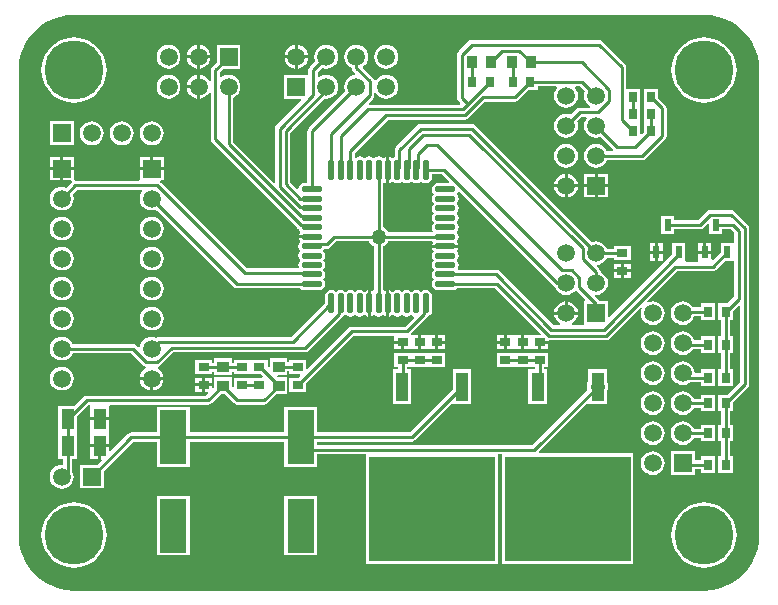
<source format=gtl>
G04 Layer_Physical_Order=1*
G04 Layer_Color=255*
%FSLAX24Y24*%
%MOIN*%
G70*
G01*
G75*
%ADD10R,0.0276X0.0354*%
%ADD11R,0.0433X0.0669*%
%ADD12R,0.0354X0.0276*%
%ADD13R,0.0906X0.1791*%
%ADD14R,0.0236X0.0394*%
%ADD15R,0.0413X0.0945*%
%ADD16R,0.4193X0.3504*%
%ADD17R,0.0394X0.0374*%
%ADD18R,0.0374X0.0394*%
%ADD19O,0.0217X0.0689*%
%ADD20O,0.0689X0.0217*%
%ADD21C,0.0100*%
%ADD22R,0.0591X0.0591*%
%ADD23C,0.0591*%
%ADD24R,0.0591X0.0591*%
%ADD25C,0.1969*%
%ADD26C,0.0500*%
G36*
X21241Y17334D02*
X21479Y17287D01*
X21708Y17209D01*
X21925Y17102D01*
X22126Y16967D01*
X22308Y16808D01*
X22467Y16626D01*
X22602Y16425D01*
X22709Y16208D01*
X22787Y15979D01*
X22834Y15741D01*
X22849Y15510D01*
X22847Y15500D01*
Y0D01*
X22849Y-10D01*
X22834Y-241D01*
X22787Y-479D01*
X22709Y-708D01*
X22602Y-925D01*
X22467Y-1126D01*
X22308Y-1308D01*
X22126Y-1467D01*
X21925Y-1602D01*
X21708Y-1709D01*
X21479Y-1787D01*
X21241Y-1834D01*
X21010Y-1849D01*
X21000Y-1847D01*
X0D01*
X-10Y-1849D01*
X-241Y-1834D01*
X-479Y-1787D01*
X-708Y-1709D01*
X-925Y-1602D01*
X-1126Y-1467D01*
X-1308Y-1308D01*
X-1467Y-1126D01*
X-1602Y-925D01*
X-1709Y-708D01*
X-1787Y-479D01*
X-1834Y-241D01*
X-1849Y-10D01*
X-1847Y0D01*
Y15500D01*
X-1849Y15510D01*
X-1834Y15741D01*
X-1787Y15979D01*
X-1709Y16208D01*
X-1602Y16425D01*
X-1467Y16626D01*
X-1308Y16808D01*
X-1126Y16967D01*
X-925Y17102D01*
X-708Y17209D01*
X-479Y17287D01*
X-241Y17334D01*
X-10Y17349D01*
X0Y17347D01*
X21000D01*
X21010Y17349D01*
X21241Y17334D01*
D02*
G37*
%LPC*%
G36*
X14329Y6670D02*
X14102D01*
Y6482D01*
X14329D01*
Y6670D01*
D02*
G37*
G36*
X15801Y6382D02*
X15574D01*
Y6194D01*
X15801D01*
Y6382D01*
D02*
G37*
G36*
X12145Y6670D02*
Y6482D01*
X12372D01*
Y6670D01*
X12145D01*
D02*
G37*
G36*
X-411Y7618D02*
X-514Y7605D01*
X-610Y7565D01*
X-693Y7501D01*
X-756Y7419D01*
X-796Y7323D01*
X-810Y7219D01*
X-796Y7116D01*
X-756Y7020D01*
X-693Y6938D01*
X-610Y6874D01*
X-514Y6834D01*
X-411Y6821D01*
X-308Y6834D01*
X-212Y6874D01*
X-129Y6938D01*
X-66Y7020D01*
X-26Y7116D01*
X-12Y7219D01*
X-26Y7323D01*
X-66Y7419D01*
X-129Y7501D01*
X-212Y7565D01*
X-308Y7605D01*
X-411Y7618D01*
D02*
G37*
G36*
X11818Y6670D02*
X11768Y6670D01*
X11573D01*
Y6432D01*
Y6194D01*
X11768D01*
X11800Y6194D01*
X11850Y6194D01*
X12045D01*
Y6432D01*
Y6670D01*
X11850D01*
X11818Y6670D01*
D02*
G37*
G36*
X12372Y6382D02*
X12145D01*
Y6194D01*
X12372D01*
Y6382D01*
D02*
G37*
G36*
X20294Y6799D02*
X20191Y6785D01*
X20095Y6745D01*
X20012Y6682D01*
X19949Y6599D01*
X19909Y6503D01*
X19896Y6400D01*
X19909Y6297D01*
X19949Y6201D01*
X20012Y6118D01*
X20095Y6055D01*
X20191Y6015D01*
X20294Y6001D01*
X20397Y6015D01*
X20494Y6055D01*
X20576Y6118D01*
X20637Y6197D01*
X20893D01*
Y6073D01*
X21368D01*
Y6627D01*
X20893D01*
Y6503D01*
X20679D01*
X20679Y6503D01*
X20639Y6599D01*
X20576Y6682D01*
X20494Y6745D01*
X20397Y6785D01*
X20294Y6799D01*
D02*
G37*
G36*
X19294D02*
X19191Y6785D01*
X19095Y6745D01*
X19012Y6682D01*
X18949Y6599D01*
X18909Y6503D01*
X18896Y6400D01*
X18909Y6297D01*
X18949Y6201D01*
X19012Y6118D01*
X19095Y6055D01*
X19191Y6015D01*
X19294Y6001D01*
X19397Y6015D01*
X19494Y6055D01*
X19576Y6118D01*
X19639Y6201D01*
X19679Y6297D01*
X19693Y6400D01*
X19679Y6503D01*
X19639Y6599D01*
X19576Y6682D01*
X19494Y6745D01*
X19397Y6785D01*
X19294Y6799D01*
D02*
G37*
G36*
X14329Y6382D02*
X14102D01*
Y6194D01*
X14329D01*
Y6382D01*
D02*
G37*
G36*
X14675Y6670D02*
X14625Y6670D01*
X14429D01*
Y6432D01*
Y6194D01*
X14625D01*
X14656Y6194D01*
X14706Y6194D01*
X14902D01*
Y6432D01*
Y6670D01*
X14706D01*
X14675Y6670D01*
D02*
G37*
G36*
X10900Y6382D02*
X10673D01*
Y6194D01*
X10900D01*
Y6382D01*
D02*
G37*
G36*
X11725Y8174D02*
X11644Y8158D01*
X11575Y8112D01*
X11560D01*
X11491Y8158D01*
X11410Y8174D01*
X11329Y8158D01*
X11260Y8112D01*
X11245D01*
X11176Y8158D01*
X11095Y8174D01*
X11014Y8158D01*
X10945Y8112D01*
X10930D01*
X10861Y8158D01*
X10780Y8174D01*
X10699Y8158D01*
X10630Y8112D01*
X10615D01*
X10546Y8158D01*
X10515Y8164D01*
Y7726D01*
Y7287D01*
X10546Y7293D01*
X10615Y7339D01*
X10630D01*
X10699Y7293D01*
X10780Y7277D01*
X10861Y7293D01*
X10930Y7339D01*
X10945D01*
X11014Y7293D01*
X11095Y7277D01*
X11176Y7293D01*
X11245Y7339D01*
X11260D01*
X11307Y7308D01*
X11318Y7248D01*
X11022Y6953D01*
X9254D01*
X9195Y6941D01*
X9145Y6908D01*
X7782Y5545D01*
X7736Y5564D01*
Y5833D01*
X7181D01*
Y5768D01*
X7114D01*
Y5902D01*
X6520D01*
Y5601D01*
X6470Y5576D01*
X6453Y5589D01*
Y5833D01*
X5930D01*
X5880Y5833D01*
X5848Y5833D01*
X5326D01*
Y5748D01*
X5258D01*
Y5902D01*
X4665D01*
Y5748D01*
X4597D01*
Y5833D01*
X4043D01*
Y5358D01*
X4597D01*
Y5443D01*
X4665D01*
Y5328D01*
X5258D01*
Y5443D01*
X5326D01*
Y5358D01*
X5848D01*
X5898Y5358D01*
X5930Y5358D01*
X6228D01*
X6297Y5289D01*
X6278Y5243D01*
X5898D01*
Y5243D01*
X5880Y5243D01*
Y5243D01*
X5326D01*
Y4939D01*
X5276Y4914D01*
X5258Y4928D01*
Y5272D01*
X4665D01*
Y4928D01*
X4647Y4914D01*
X4597Y4939D01*
Y4955D01*
X4370D01*
Y4767D01*
X4462D01*
X4481Y4721D01*
X4413Y4653D01*
X419D01*
X361Y4641D01*
X311Y4608D01*
X8Y4305D01*
X-527D01*
Y3436D01*
X-527D01*
Y3418D01*
X-527D01*
Y2549D01*
X-363D01*
Y2380D01*
X-401Y2347D01*
X-411Y2349D01*
X-514Y2335D01*
X-610Y2295D01*
X-693Y2232D01*
X-756Y2149D01*
X-796Y2053D01*
X-810Y1950D01*
X-796Y1847D01*
X-756Y1751D01*
X-693Y1668D01*
X-610Y1605D01*
X-514Y1565D01*
X-411Y1551D01*
X-308Y1565D01*
X-212Y1605D01*
X-129Y1668D01*
X-66Y1751D01*
X-26Y1847D01*
X-12Y1950D01*
X-26Y2053D01*
X-60Y2136D01*
X-57Y2151D01*
Y2549D01*
X106D01*
Y3418D01*
X106D01*
Y3436D01*
X106D01*
Y3971D01*
X471Y4335D01*
X525Y4329D01*
X536Y4305D01*
X536Y4297D01*
Y3921D01*
X853D01*
X1169D01*
Y4297D01*
X1169Y4305D01*
X1189Y4347D01*
X4476D01*
X4535Y4359D01*
X4584Y4392D01*
X4891Y4698D01*
X5032D01*
X5339Y4392D01*
X5388Y4359D01*
X5447Y4347D01*
X6332D01*
X6390Y4359D01*
X6440Y4392D01*
X6746Y4698D01*
X7114D01*
Y5272D01*
X6787D01*
X6783Y5278D01*
X6809Y5328D01*
X7114D01*
Y5462D01*
X7181D01*
Y5358D01*
X7530D01*
X7549Y5311D01*
X7480Y5243D01*
X7181D01*
Y4767D01*
X7736D01*
Y5066D01*
X9317Y6647D01*
X10673D01*
Y6482D01*
X10950D01*
Y6432D01*
X11000D01*
Y6194D01*
X11195D01*
X11227Y6194D01*
X11277Y6194D01*
X11473D01*
Y6432D01*
Y6670D01*
X11277D01*
X11227Y6670D01*
X11222Y6720D01*
X11776Y7274D01*
X11786Y7289D01*
X11806Y7293D01*
X11875Y7339D01*
X11921Y7408D01*
X11937Y7489D01*
Y7962D01*
X11921Y8043D01*
X11875Y8112D01*
X11806Y8158D01*
X11725Y8174D01*
D02*
G37*
G36*
X9520D02*
X9439Y8158D01*
X9370Y8112D01*
X9355D01*
X9286Y8158D01*
X9205Y8174D01*
X9124Y8158D01*
X9055Y8112D01*
X9040D01*
X8971Y8158D01*
X8890Y8174D01*
X8809Y8158D01*
X8740Y8112D01*
X8725D01*
X8656Y8158D01*
X8575Y8174D01*
X8494Y8158D01*
X8425Y8112D01*
X8379Y8043D01*
X8363Y7962D01*
Y7730D01*
X7240Y6607D01*
X2823D01*
X2765Y6595D01*
X2746Y6582D01*
X2692Y6605D01*
X2589Y6618D01*
X2486Y6605D01*
X2390Y6565D01*
X2307Y6501D01*
X2244Y6419D01*
X2204Y6323D01*
X2197Y6269D01*
X2144Y6251D01*
X2067Y6328D01*
X2018Y6361D01*
X1959Y6372D01*
X-47D01*
X-66Y6419D01*
X-129Y6501D01*
X-212Y6565D01*
X-308Y6605D01*
X-411Y6618D01*
X-514Y6605D01*
X-610Y6565D01*
X-693Y6501D01*
X-756Y6419D01*
X-796Y6323D01*
X-810Y6219D01*
X-796Y6116D01*
X-756Y6020D01*
X-693Y5938D01*
X-610Y5874D01*
X-514Y5834D01*
X-411Y5821D01*
X-308Y5834D01*
X-212Y5874D01*
X-129Y5938D01*
X-66Y6020D01*
X-47Y6067D01*
X1896D01*
X2296Y5666D01*
X2346Y5633D01*
X2354Y5631D01*
X2392Y5574D01*
X2390Y5565D01*
X2307Y5501D01*
X2244Y5419D01*
X2204Y5323D01*
X2197Y5269D01*
X2589D01*
X2981D01*
X2974Y5323D01*
X2934Y5419D01*
X2871Y5501D01*
X2788Y5565D01*
X2786Y5574D01*
X2824Y5631D01*
X2832Y5633D01*
X2882Y5666D01*
X3316Y6101D01*
X7705D01*
X7763Y6112D01*
X7813Y6146D01*
X8942Y7274D01*
X8952Y7289D01*
X8971Y7293D01*
X9040Y7339D01*
X9055D01*
X9124Y7293D01*
X9205Y7277D01*
X9286Y7293D01*
X9355Y7339D01*
X9370D01*
X9439Y7293D01*
X9520Y7277D01*
X9601Y7293D01*
X9670Y7339D01*
X9685D01*
X9754Y7293D01*
X9785Y7287D01*
Y7726D01*
Y8164D01*
X9754Y8158D01*
X9685Y8112D01*
X9670D01*
X9601Y8158D01*
X9520Y8174D01*
D02*
G37*
G36*
X18226Y8759D02*
X17999D01*
Y8572D01*
X18226D01*
Y8759D01*
D02*
G37*
G36*
X-411Y9618D02*
X-514Y9605D01*
X-610Y9565D01*
X-693Y9501D01*
X-756Y9419D01*
X-796Y9323D01*
X-810Y9219D01*
X-796Y9116D01*
X-756Y9020D01*
X-693Y8938D01*
X-610Y8874D01*
X-514Y8834D01*
X-411Y8821D01*
X-308Y8834D01*
X-212Y8874D01*
X-129Y8938D01*
X-66Y9020D01*
X-26Y9116D01*
X-12Y9219D01*
X-26Y9323D01*
X-66Y9419D01*
X-129Y9501D01*
X-212Y9565D01*
X-308Y9605D01*
X-411Y9618D01*
D02*
G37*
G36*
X18553Y8759D02*
X18326D01*
Y8572D01*
X18553D01*
Y8759D01*
D02*
G37*
G36*
X2589Y8618D02*
X2486Y8605D01*
X2390Y8565D01*
X2307Y8501D01*
X2244Y8419D01*
X2204Y8323D01*
X2190Y8219D01*
X2204Y8116D01*
X2244Y8020D01*
X2307Y7938D01*
X2390Y7874D01*
X2486Y7834D01*
X2589Y7821D01*
X2692Y7834D01*
X2788Y7874D01*
X2871Y7938D01*
X2934Y8020D01*
X2974Y8116D01*
X2988Y8219D01*
X2974Y8323D01*
X2934Y8419D01*
X2871Y8501D01*
X2788Y8565D01*
X2692Y8605D01*
X2589Y8618D01*
D02*
G37*
G36*
X20294Y7799D02*
X20191Y7785D01*
X20095Y7745D01*
X20012Y7682D01*
X19949Y7599D01*
X19909Y7503D01*
X19896Y7400D01*
X19909Y7297D01*
X19949Y7201D01*
X20012Y7118D01*
X20095Y7055D01*
X20191Y7015D01*
X20294Y7001D01*
X20397Y7015D01*
X20494Y7055D01*
X20576Y7118D01*
X20639Y7201D01*
X20679Y7297D01*
X20679Y7297D01*
X20893D01*
Y7173D01*
X21368D01*
Y7727D01*
X20893D01*
Y7603D01*
X20637D01*
X20576Y7682D01*
X20494Y7745D01*
X20397Y7785D01*
X20294Y7799D01*
D02*
G37*
G36*
X2589Y7618D02*
X2486Y7605D01*
X2390Y7565D01*
X2307Y7501D01*
X2244Y7419D01*
X2204Y7323D01*
X2190Y7219D01*
X2204Y7116D01*
X2244Y7020D01*
X2307Y6938D01*
X2390Y6874D01*
X2486Y6834D01*
X2589Y6821D01*
X2692Y6834D01*
X2788Y6874D01*
X2871Y6938D01*
X2934Y7020D01*
X2974Y7116D01*
X2988Y7219D01*
X2974Y7323D01*
X2934Y7419D01*
X2871Y7501D01*
X2788Y7565D01*
X2692Y7605D01*
X2589Y7618D01*
D02*
G37*
G36*
X16350Y7792D02*
X16297Y7785D01*
X16201Y7745D01*
X16118Y7682D01*
X16055Y7599D01*
X16015Y7503D01*
X16008Y7450D01*
X16350D01*
Y7792D01*
D02*
G37*
G36*
X-411Y8618D02*
X-514Y8605D01*
X-610Y8565D01*
X-693Y8501D01*
X-756Y8419D01*
X-796Y8323D01*
X-810Y8219D01*
X-796Y8116D01*
X-756Y8020D01*
X-693Y7938D01*
X-610Y7874D01*
X-514Y7834D01*
X-411Y7821D01*
X-308Y7834D01*
X-212Y7874D01*
X-129Y7938D01*
X-66Y8020D01*
X-26Y8116D01*
X-12Y8219D01*
X-26Y8323D01*
X-66Y8419D01*
X-129Y8501D01*
X-212Y8565D01*
X-308Y8605D01*
X-411Y8618D01*
D02*
G37*
G36*
X16450Y7792D02*
Y7450D01*
X16792D01*
X16785Y7503D01*
X16745Y7599D01*
X16682Y7682D01*
X16599Y7745D01*
X16503Y7785D01*
X16450Y7792D01*
D02*
G37*
G36*
X11227Y6079D02*
Y6079D01*
X10673D01*
Y5604D01*
X10797D01*
Y5526D01*
X10634D01*
Y4382D01*
X11247D01*
Y5526D01*
X11103D01*
Y5604D01*
X11227D01*
Y5604D01*
X11245D01*
Y5604D01*
X11800D01*
Y5604D01*
X11818D01*
Y5604D01*
X12372D01*
Y6079D01*
X11848D01*
X11818Y6079D01*
Y6079D01*
X11800D01*
X11800Y6079D01*
X11769Y6079D01*
X11245D01*
Y6079D01*
X11227D01*
D02*
G37*
G36*
X19294Y3799D02*
X19191Y3785D01*
X19095Y3745D01*
X19012Y3682D01*
X18949Y3599D01*
X18909Y3503D01*
X18896Y3400D01*
X18909Y3297D01*
X18949Y3201D01*
X19012Y3118D01*
X19095Y3055D01*
X19191Y3015D01*
X19294Y3001D01*
X19397Y3015D01*
X19494Y3055D01*
X19576Y3118D01*
X19639Y3201D01*
X19679Y3297D01*
X19693Y3400D01*
X19679Y3503D01*
X19639Y3599D01*
X19576Y3682D01*
X19494Y3745D01*
X19397Y3785D01*
X19294Y3799D01*
D02*
G37*
G36*
X803Y2933D02*
X536D01*
Y2549D01*
X803D01*
Y2933D01*
D02*
G37*
G36*
X1169Y3821D02*
X853D01*
X536D01*
Y3468D01*
X536Y3436D01*
X536Y3386D01*
Y3033D01*
X853D01*
X1169D01*
Y3386D01*
X1169Y3418D01*
X1169Y3468D01*
Y3821D01*
D02*
G37*
G36*
X19294Y4799D02*
X19191Y4785D01*
X19095Y4745D01*
X19012Y4682D01*
X18949Y4599D01*
X18909Y4503D01*
X18896Y4400D01*
X18909Y4297D01*
X18949Y4201D01*
X19012Y4118D01*
X19095Y4055D01*
X19191Y4015D01*
X19294Y4001D01*
X19397Y4015D01*
X19494Y4055D01*
X19576Y4118D01*
X19639Y4201D01*
X19679Y4297D01*
X19693Y4400D01*
X19679Y4503D01*
X19639Y4599D01*
X19576Y4682D01*
X19494Y4745D01*
X19397Y4785D01*
X19294Y4799D01*
D02*
G37*
G36*
X20294Y3799D02*
X20191Y3785D01*
X20095Y3745D01*
X20012Y3682D01*
X19949Y3599D01*
X19909Y3503D01*
X19896Y3400D01*
X19909Y3297D01*
X19949Y3201D01*
X20012Y3118D01*
X20095Y3055D01*
X20191Y3015D01*
X20294Y3001D01*
X20397Y3015D01*
X20494Y3055D01*
X20576Y3118D01*
X20639Y3201D01*
X20659Y3247D01*
X20893D01*
Y3123D01*
X21368D01*
Y3677D01*
X20893D01*
Y3553D01*
X20659D01*
X20639Y3599D01*
X20576Y3682D01*
X20494Y3745D01*
X20397Y3785D01*
X20294Y3799D01*
D02*
G37*
G36*
X20689Y2795D02*
X19899D01*
Y2005D01*
X20689D01*
Y2197D01*
X20893D01*
Y2073D01*
X21368D01*
Y2627D01*
X20893D01*
Y2503D01*
X20689D01*
Y2795D01*
D02*
G37*
G36*
X21000Y1088D02*
X20830Y1074D01*
X20664Y1034D01*
X20506Y969D01*
X20361Y880D01*
X20231Y769D01*
X20120Y639D01*
X20031Y494D01*
X19966Y336D01*
X19926Y170D01*
X19912Y0D01*
X19926Y-170D01*
X19966Y-336D01*
X20031Y-494D01*
X20120Y-639D01*
X20231Y-769D01*
X20361Y-880D01*
X20506Y-969D01*
X20664Y-1034D01*
X20830Y-1074D01*
X21000Y-1088D01*
X21170Y-1074D01*
X21336Y-1034D01*
X21494Y-969D01*
X21639Y-880D01*
X21769Y-769D01*
X21880Y-639D01*
X21969Y-494D01*
X22034Y-336D01*
X22074Y-170D01*
X22088Y0D01*
X22074Y170D01*
X22034Y336D01*
X21969Y494D01*
X21880Y639D01*
X21769Y769D01*
X21639Y880D01*
X21494Y969D01*
X21336Y1034D01*
X21170Y1074D01*
X21000Y1088D01*
D02*
G37*
G36*
X0D02*
X-170Y1074D01*
X-336Y1034D01*
X-494Y969D01*
X-639Y880D01*
X-769Y769D01*
X-880Y639D01*
X-969Y494D01*
X-1034Y336D01*
X-1074Y170D01*
X-1088Y0D01*
X-1074Y-170D01*
X-1034Y-336D01*
X-969Y-494D01*
X-880Y-639D01*
X-769Y-769D01*
X-639Y-880D01*
X-494Y-969D01*
X-336Y-1034D01*
X-170Y-1074D01*
X0Y-1088D01*
X170Y-1074D01*
X336Y-1034D01*
X494Y-969D01*
X639Y-880D01*
X769Y-769D01*
X880Y-639D01*
X969Y-494D01*
X1034Y-336D01*
X1074Y-170D01*
X1088Y0D01*
X1074Y170D01*
X1034Y336D01*
X969Y494D01*
X880Y639D01*
X769Y769D01*
X639Y880D01*
X494Y969D01*
X336Y1034D01*
X170Y1074D01*
X0Y1088D01*
D02*
G37*
G36*
X3858Y1314D02*
X2752D01*
Y-677D01*
X3858D01*
Y1314D01*
D02*
G37*
G36*
X19294Y2799D02*
X19191Y2785D01*
X19095Y2745D01*
X19012Y2682D01*
X18949Y2599D01*
X18909Y2503D01*
X18896Y2400D01*
X18909Y2297D01*
X18949Y2201D01*
X19012Y2118D01*
X19095Y2055D01*
X19191Y2015D01*
X19294Y2001D01*
X19397Y2015D01*
X19494Y2055D01*
X19576Y2118D01*
X19639Y2201D01*
X19679Y2297D01*
X19693Y2400D01*
X19679Y2503D01*
X19639Y2599D01*
X19576Y2682D01*
X19494Y2745D01*
X19397Y2785D01*
X19294Y2799D01*
D02*
G37*
G36*
X8112Y1314D02*
X7006D01*
Y-677D01*
X8112D01*
Y1314D01*
D02*
G37*
G36*
X20294Y5799D02*
X20191Y5785D01*
X20095Y5745D01*
X20012Y5682D01*
X19949Y5599D01*
X19909Y5503D01*
X19896Y5400D01*
X19909Y5297D01*
X19949Y5201D01*
X20012Y5118D01*
X20095Y5055D01*
X20191Y5015D01*
X20294Y5001D01*
X20397Y5015D01*
X20494Y5055D01*
X20549Y5097D01*
X20893D01*
Y4973D01*
X21368D01*
Y5527D01*
X20893D01*
Y5403D01*
X20692D01*
X20679Y5503D01*
X20639Y5599D01*
X20576Y5682D01*
X20494Y5745D01*
X20397Y5785D01*
X20294Y5799D01*
D02*
G37*
G36*
X2539Y5169D02*
X2197D01*
X2204Y5116D01*
X2244Y5020D01*
X2307Y4938D01*
X2390Y4874D01*
X2486Y4834D01*
X2539Y4827D01*
Y5169D01*
D02*
G37*
G36*
X19294Y5799D02*
X19191Y5785D01*
X19095Y5745D01*
X19012Y5682D01*
X18949Y5599D01*
X18909Y5503D01*
X18896Y5400D01*
X18909Y5297D01*
X18949Y5201D01*
X19012Y5118D01*
X19095Y5055D01*
X19191Y5015D01*
X19294Y5001D01*
X19397Y5015D01*
X19494Y5055D01*
X19576Y5118D01*
X19639Y5201D01*
X19679Y5297D01*
X19693Y5400D01*
X19679Y5503D01*
X19639Y5599D01*
X19576Y5682D01*
X19494Y5745D01*
X19397Y5785D01*
X19294Y5799D01*
D02*
G37*
G36*
X4597Y5243D02*
X4370D01*
Y5055D01*
X4597D01*
Y5243D01*
D02*
G37*
G36*
X4270D02*
X4043D01*
Y5055D01*
X4270D01*
Y5243D01*
D02*
G37*
G36*
X2981Y5169D02*
X2639D01*
Y4827D01*
X2692Y4834D01*
X2788Y4874D01*
X2871Y4938D01*
X2934Y5020D01*
X2974Y5116D01*
X2981Y5169D01*
D02*
G37*
G36*
X17757Y5526D02*
X17143D01*
Y5128D01*
X17109Y5045D01*
X17097Y4954D01*
X17109Y4863D01*
X17119Y4839D01*
X15283Y3003D01*
X8112D01*
Y3118D01*
X11257D01*
X11316Y3130D01*
X11366Y3163D01*
X12599Y4396D01*
X12634Y4382D01*
Y4382D01*
X13247D01*
Y5526D01*
X12634D01*
Y4864D01*
X11194Y3424D01*
X8112D01*
Y4267D01*
X7006D01*
Y3424D01*
X3858D01*
Y4267D01*
X2752D01*
Y3424D01*
X1910D01*
X1851Y3412D01*
X1802Y3379D01*
X1215Y2793D01*
X1169Y2812D01*
Y2933D01*
X903D01*
Y2549D01*
X906D01*
X925Y2502D01*
X768Y2345D01*
X194D01*
Y1555D01*
X984D01*
Y2129D01*
X1973Y3118D01*
X2752D01*
Y2275D01*
X3858D01*
Y3118D01*
X7006D01*
Y2275D01*
X8112D01*
Y2697D01*
X9744D01*
Y-973D01*
X14137D01*
Y2697D01*
X14254D01*
Y-973D01*
X18646D01*
Y2731D01*
X15514D01*
X15493Y2781D01*
X17108Y4396D01*
X17143Y4382D01*
Y4382D01*
X17757D01*
Y4780D01*
X17791Y4863D01*
X17803Y4954D01*
X17791Y5045D01*
X17757Y5128D01*
Y5526D01*
D02*
G37*
G36*
X20294Y4799D02*
X20191Y4785D01*
X20095Y4745D01*
X20012Y4682D01*
X19949Y4599D01*
X19909Y4503D01*
X19896Y4400D01*
X19909Y4297D01*
X19949Y4201D01*
X20012Y4118D01*
X20095Y4055D01*
X20191Y4015D01*
X20294Y4001D01*
X20397Y4015D01*
X20494Y4055D01*
X20576Y4118D01*
X20639Y4201D01*
X20659Y4247D01*
X20893D01*
Y4123D01*
X21368D01*
Y4677D01*
X20893D01*
Y4553D01*
X20659D01*
X20639Y4599D01*
X20576Y4682D01*
X20494Y4745D01*
X20397Y4785D01*
X20294Y4799D01*
D02*
G37*
G36*
X14656Y6079D02*
Y6079D01*
X14102D01*
Y5604D01*
X14656D01*
Y5604D01*
X14675D01*
Y5604D01*
X15229D01*
Y5604D01*
X15247D01*
Y5604D01*
X15371D01*
Y5526D01*
X15143D01*
Y4382D01*
X15757D01*
Y5526D01*
X15677D01*
Y5604D01*
X15801D01*
Y6079D01*
X15277D01*
X15247Y6079D01*
Y6079D01*
X15229D01*
X15229Y6079D01*
X15199Y6079D01*
X14675D01*
Y6079D01*
X14656D01*
D02*
G37*
G36*
X-411Y5618D02*
X-514Y5605D01*
X-610Y5565D01*
X-693Y5501D01*
X-756Y5419D01*
X-796Y5323D01*
X-810Y5219D01*
X-796Y5116D01*
X-756Y5020D01*
X-693Y4938D01*
X-610Y4874D01*
X-514Y4834D01*
X-411Y4821D01*
X-308Y4834D01*
X-212Y4874D01*
X-129Y4938D01*
X-66Y5020D01*
X-26Y5116D01*
X-12Y5219D01*
X-26Y5323D01*
X-66Y5419D01*
X-129Y5501D01*
X-212Y5565D01*
X-308Y5605D01*
X-411Y5618D01*
D02*
G37*
G36*
X4270Y4955D02*
X4043D01*
Y4767D01*
X4270D01*
Y4955D01*
D02*
G37*
G36*
X21000Y16588D02*
X20830Y16574D01*
X20664Y16534D01*
X20506Y16469D01*
X20361Y16380D01*
X20231Y16269D01*
X20120Y16139D01*
X20031Y15994D01*
X19966Y15836D01*
X19926Y15670D01*
X19912Y15500D01*
X19926Y15330D01*
X19966Y15164D01*
X20031Y15006D01*
X20120Y14861D01*
X20231Y14731D01*
X20361Y14620D01*
X20506Y14531D01*
X20664Y14466D01*
X20830Y14426D01*
X21000Y14412D01*
X21170Y14426D01*
X21336Y14466D01*
X21494Y14531D01*
X21639Y14620D01*
X21769Y14731D01*
X21880Y14861D01*
X21969Y15006D01*
X22034Y15164D01*
X22074Y15330D01*
X22088Y15500D01*
X22074Y15670D01*
X22034Y15836D01*
X21969Y15994D01*
X21880Y16139D01*
X21769Y16269D01*
X21639Y16380D01*
X21494Y16469D01*
X21336Y16534D01*
X21170Y16574D01*
X21000Y16588D01*
D02*
G37*
G36*
X0D02*
X-170Y16574D01*
X-336Y16534D01*
X-494Y16469D01*
X-639Y16380D01*
X-769Y16269D01*
X-880Y16139D01*
X-969Y15994D01*
X-1034Y15836D01*
X-1074Y15670D01*
X-1088Y15500D01*
X-1074Y15330D01*
X-1034Y15164D01*
X-969Y15006D01*
X-880Y14861D01*
X-769Y14731D01*
X-639Y14620D01*
X-494Y14531D01*
X-336Y14466D01*
X-170Y14426D01*
X0Y14412D01*
X170Y14426D01*
X336Y14466D01*
X494Y14531D01*
X639Y14620D01*
X769Y14731D01*
X880Y14861D01*
X969Y15006D01*
X1034Y15164D01*
X1074Y15330D01*
X1088Y15500D01*
X1074Y15670D01*
X1034Y15836D01*
X969Y15994D01*
X880Y16139D01*
X769Y16269D01*
X639Y16380D01*
X494Y16469D01*
X336Y16534D01*
X170Y16574D01*
X0Y16588D01*
D02*
G37*
G36*
X3150Y15344D02*
X3047Y15330D01*
X2951Y15290D01*
X2868Y15227D01*
X2805Y15144D01*
X2765Y15048D01*
X2751Y14945D01*
X2765Y14842D01*
X2805Y14746D01*
X2868Y14663D01*
X2951Y14600D01*
X3047Y14560D01*
X3150Y14546D01*
X3253Y14560D01*
X3349Y14600D01*
X3432Y14663D01*
X3495Y14746D01*
X3535Y14842D01*
X3549Y14945D01*
X3535Y15048D01*
X3495Y15144D01*
X3432Y15227D01*
X3349Y15290D01*
X3253Y15330D01*
X3150Y15344D01*
D02*
G37*
G36*
X4100Y14895D02*
X3758D01*
X3765Y14842D01*
X3805Y14746D01*
X3868Y14663D01*
X3951Y14600D01*
X4047Y14560D01*
X4100Y14553D01*
Y14895D01*
D02*
G37*
G36*
X17500Y16503D02*
X13257D01*
X13198Y16491D01*
X13149Y16458D01*
X12817Y16126D01*
X12783Y16077D01*
X12772Y16018D01*
Y14575D01*
X12783Y14517D01*
X12817Y14467D01*
X12881Y14403D01*
X12860Y14353D01*
X9840D01*
X9819Y14403D01*
X9964Y14547D01*
X9997Y14597D01*
X10008Y14655D01*
Y14751D01*
X10058Y14761D01*
X10065Y14746D01*
X10128Y14663D01*
X10211Y14600D01*
X10307Y14560D01*
X10410Y14546D01*
X10513Y14560D01*
X10609Y14600D01*
X10692Y14663D01*
X10755Y14746D01*
X10795Y14842D01*
X10809Y14945D01*
X10795Y15048D01*
X10755Y15144D01*
X10692Y15227D01*
X10609Y15290D01*
X10513Y15330D01*
X10410Y15344D01*
X10307Y15330D01*
X10211Y15290D01*
X10128Y15227D01*
X10065Y15144D01*
X10056Y15142D01*
X9998Y15180D01*
X9997Y15188D01*
X9964Y15237D01*
X9641Y15560D01*
X9645Y15627D01*
X9692Y15663D01*
X9755Y15746D01*
X9795Y15842D01*
X9809Y15945D01*
X9795Y16048D01*
X9755Y16144D01*
X9692Y16227D01*
X9609Y16290D01*
X9513Y16330D01*
X9410Y16344D01*
X9307Y16330D01*
X9211Y16290D01*
X9128Y16227D01*
X9065Y16144D01*
X9025Y16048D01*
X9011Y15945D01*
X9025Y15842D01*
X9065Y15746D01*
X9128Y15663D01*
X9211Y15600D01*
X9257Y15580D01*
Y15575D01*
X9269Y15516D01*
X9302Y15466D01*
X9379Y15390D01*
X9361Y15337D01*
X9307Y15330D01*
X9211Y15290D01*
X9128Y15227D01*
X9065Y15144D01*
X9025Y15048D01*
X9011Y14945D01*
X9025Y14842D01*
X9044Y14795D01*
X7817Y13569D01*
X7784Y13519D01*
X7773Y13460D01*
Y11737D01*
X7689D01*
X7608Y11721D01*
X7539Y11675D01*
X7493Y11606D01*
X7483Y11556D01*
X7429Y11540D01*
X7203Y11766D01*
Y13404D01*
X8353Y14554D01*
X8410Y14546D01*
X8513Y14560D01*
X8609Y14600D01*
X8692Y14663D01*
X8755Y14746D01*
X8795Y14842D01*
X8809Y14945D01*
X8795Y15048D01*
X8755Y15144D01*
X8692Y15227D01*
X8609Y15290D01*
X8513Y15330D01*
X8410Y15344D01*
X8307Y15330D01*
X8211Y15290D01*
X8168Y15257D01*
X8118Y15282D01*
Y15436D01*
X8261Y15579D01*
X8307Y15560D01*
X8410Y15546D01*
X8513Y15560D01*
X8609Y15600D01*
X8692Y15663D01*
X8755Y15746D01*
X8795Y15842D01*
X8809Y15945D01*
X8795Y16048D01*
X8755Y16144D01*
X8692Y16227D01*
X8609Y16290D01*
X8513Y16330D01*
X8410Y16344D01*
X8307Y16330D01*
X8211Y16290D01*
X8128Y16227D01*
X8065Y16144D01*
X8025Y16048D01*
X8011Y15945D01*
X8025Y15842D01*
X8044Y15795D01*
X7857Y15608D01*
X7824Y15558D01*
X7812Y15500D01*
Y15387D01*
X7805Y15340D01*
X7015D01*
Y14550D01*
X7568D01*
X7587Y14503D01*
X6742Y13658D01*
X6709Y13609D01*
X6697Y13550D01*
Y11771D01*
X6651Y11752D01*
X5303Y13100D01*
Y14580D01*
X5349Y14600D01*
X5432Y14663D01*
X5495Y14746D01*
X5535Y14842D01*
X5549Y14945D01*
X5535Y15048D01*
X5495Y15144D01*
X5432Y15227D01*
X5349Y15290D01*
X5253Y15330D01*
X5150Y15344D01*
X5047Y15330D01*
X4951Y15290D01*
X4908Y15257D01*
X4858Y15282D01*
Y15436D01*
X4971Y15550D01*
X5545D01*
Y16340D01*
X4755D01*
Y15766D01*
X4597Y15608D01*
X4563Y15558D01*
X4552Y15500D01*
Y15138D01*
X4502Y15129D01*
X4495Y15144D01*
X4432Y15227D01*
X4349Y15290D01*
X4253Y15330D01*
X4200Y15337D01*
Y14945D01*
Y14553D01*
X4253Y14560D01*
X4349Y14600D01*
X4432Y14663D01*
X4495Y14746D01*
X4502Y14761D01*
X4552Y14751D01*
Y13199D01*
X4563Y13141D01*
X4597Y13091D01*
X7474Y10214D01*
X7489Y10203D01*
X7493Y10184D01*
X7518Y10146D01*
X7536Y10107D01*
X7518Y10069D01*
X7493Y10031D01*
X7487Y10000D01*
X7926D01*
Y9900D01*
X7487D01*
X7493Y9869D01*
X7539Y9800D01*
Y9785D01*
X7493Y9716D01*
X7477Y9635D01*
X7493Y9554D01*
X7539Y9485D01*
Y9470D01*
X7493Y9401D01*
X7477Y9320D01*
X7493Y9239D01*
X7518Y9201D01*
X7536Y9163D01*
X7518Y9124D01*
X7493Y9086D01*
X7477Y9005D01*
X7488Y8950D01*
X7454Y8900D01*
X5755D01*
X2882Y11773D01*
X2880Y11774D01*
X2895Y11824D01*
X2984D01*
Y12169D01*
X2589D01*
X2194D01*
X2194Y11824D01*
X2146Y11818D01*
X34D01*
X31Y11817D01*
X-16Y11859D01*
Y12169D01*
X-361D01*
Y11824D01*
X-87D01*
X-72Y11774D01*
X-74Y11773D01*
X-261Y11585D01*
X-308Y11605D01*
X-411Y11618D01*
X-514Y11605D01*
X-610Y11565D01*
X-693Y11501D01*
X-756Y11419D01*
X-796Y11323D01*
X-810Y11219D01*
X-796Y11116D01*
X-756Y11020D01*
X-693Y10938D01*
X-610Y10874D01*
X-514Y10834D01*
X-411Y10821D01*
X-308Y10834D01*
X-212Y10874D01*
X-129Y10938D01*
X-66Y11020D01*
X-26Y11116D01*
X-12Y11219D01*
X-26Y11323D01*
X-45Y11369D01*
X98Y11512D01*
X2252D01*
X2277Y11462D01*
X2244Y11419D01*
X2204Y11323D01*
X2190Y11219D01*
X2204Y11116D01*
X2244Y11020D01*
X2307Y10938D01*
X2390Y10874D01*
X2486Y10834D01*
X2589Y10821D01*
X2692Y10834D01*
X2739Y10854D01*
X5325Y8267D01*
X5375Y8234D01*
X5433Y8222D01*
X7543D01*
X7608Y8179D01*
X7689Y8163D01*
X8162D01*
X8243Y8179D01*
X8312Y8225D01*
X8358Y8294D01*
X8374Y8375D01*
X8358Y8456D01*
X8312Y8525D01*
Y8540D01*
X8358Y8609D01*
X8374Y8690D01*
X8358Y8771D01*
X8312Y8840D01*
Y8855D01*
X8358Y8924D01*
X8374Y9005D01*
X8358Y9086D01*
X8333Y9124D01*
X8315Y9163D01*
X8333Y9201D01*
X8358Y9239D01*
X8374Y9320D01*
X8358Y9401D01*
X8312Y9470D01*
Y9485D01*
X8348Y9539D01*
X8420D01*
X8479Y9550D01*
X8528Y9584D01*
X8742Y9797D01*
X9835D01*
X9844Y9773D01*
X9900Y9700D01*
X9973Y9644D01*
X9997Y9635D01*
Y8164D01*
X9947Y8137D01*
X9916Y8158D01*
X9885Y8164D01*
Y7726D01*
Y7287D01*
X9916Y7293D01*
X9985Y7339D01*
X10000D01*
X10069Y7293D01*
X10150Y7277D01*
X10231Y7293D01*
X10300Y7339D01*
X10315D01*
X10384Y7293D01*
X10415Y7287D01*
Y7726D01*
Y8164D01*
X10384Y8158D01*
X10353Y8137D01*
X10303Y8164D01*
Y9635D01*
X10327Y9644D01*
X10400Y9700D01*
X10456Y9773D01*
X10465Y9797D01*
X11936D01*
X11963Y9747D01*
X11942Y9716D01*
X11936Y9685D01*
X12374D01*
X12813D01*
X12807Y9716D01*
X12761Y9785D01*
Y9800D01*
X12807Y9869D01*
X12823Y9950D01*
X12807Y10031D01*
X12782Y10069D01*
X12764Y10107D01*
X12782Y10146D01*
X12807Y10184D01*
X12823Y10265D01*
X12807Y10346D01*
X12761Y10415D01*
Y10430D01*
X12807Y10499D01*
X12823Y10580D01*
X12807Y10661D01*
X12782Y10699D01*
X12764Y10737D01*
X12782Y10776D01*
X12807Y10814D01*
X12823Y10895D01*
X12807Y10976D01*
X12761Y11045D01*
Y11060D01*
X12807Y11129D01*
X12823Y11210D01*
X12807Y11291D01*
X12761Y11360D01*
Y11375D01*
X12792Y11422D01*
X12852Y11433D01*
X15993Y8292D01*
X16026Y8269D01*
X16055Y8201D01*
X16118Y8118D01*
X16201Y8055D01*
X16297Y8015D01*
X16400Y8001D01*
X16503Y8015D01*
X16599Y8055D01*
X16682Y8118D01*
X16693Y8132D01*
X16754Y8130D01*
X17042Y7841D01*
X17023Y7795D01*
X17005D01*
Y7005D01*
X16955Y7003D01*
X16605D01*
X16595Y7053D01*
X16599Y7055D01*
X16682Y7118D01*
X16745Y7201D01*
X16785Y7297D01*
X16792Y7350D01*
X16400D01*
X16008D01*
X16015Y7297D01*
X16055Y7201D01*
X16118Y7118D01*
X16201Y7055D01*
X16205Y7053D01*
X16195Y7003D01*
X15980D01*
X14184Y8798D01*
X14135Y8831D01*
X14076Y8843D01*
X12813D01*
X12786Y8893D01*
X12807Y8924D01*
X12823Y9005D01*
X12807Y9086D01*
X12782Y9124D01*
X12764Y9163D01*
X12782Y9201D01*
X12807Y9239D01*
X12823Y9320D01*
X12807Y9401D01*
X12761Y9470D01*
Y9485D01*
X12807Y9554D01*
X12813Y9585D01*
X12374D01*
X11936D01*
X11942Y9554D01*
X11988Y9485D01*
Y9470D01*
X11942Y9401D01*
X11926Y9320D01*
X11942Y9239D01*
X11967Y9201D01*
X11985Y9163D01*
X11967Y9124D01*
X11942Y9086D01*
X11926Y9005D01*
X11942Y8924D01*
X11988Y8855D01*
Y8840D01*
X11942Y8771D01*
X11926Y8690D01*
X11942Y8609D01*
X11988Y8540D01*
Y8525D01*
X11942Y8456D01*
X11926Y8375D01*
X11942Y8294D01*
X11988Y8225D01*
X12057Y8179D01*
X12138Y8163D01*
X12611D01*
X12692Y8179D01*
X12757Y8222D01*
X14045D01*
X15551Y6716D01*
X15532Y6670D01*
X15279D01*
X15247Y6670D01*
X15197Y6670D01*
X15002D01*
Y6432D01*
Y6194D01*
X15197D01*
X15229Y6194D01*
X15279Y6194D01*
X15474D01*
Y6432D01*
X15524D01*
Y6482D01*
X15815D01*
X15833Y6497D01*
X17736D01*
X17794Y6509D01*
X17844Y6542D01*
X18890Y7588D01*
X18933Y7560D01*
X18909Y7503D01*
X18896Y7400D01*
X18909Y7297D01*
X18949Y7201D01*
X19012Y7118D01*
X19095Y7055D01*
X19191Y7015D01*
X19294Y7001D01*
X19397Y7015D01*
X19494Y7055D01*
X19576Y7118D01*
X19639Y7201D01*
X19679Y7297D01*
X19693Y7400D01*
X19679Y7503D01*
X19639Y7599D01*
X19576Y7682D01*
X19494Y7745D01*
X19397Y7785D01*
X19294Y7799D01*
X19191Y7785D01*
X19134Y7761D01*
X19106Y7804D01*
X20099Y8797D01*
X21284D01*
X21343Y8809D01*
X21393Y8842D01*
X21689Y9138D01*
X21988Y9138D01*
X21997Y9092D01*
Y7942D01*
X21782Y7727D01*
X21483D01*
Y7173D01*
X21568D01*
Y6627D01*
X21483D01*
Y6073D01*
X21568D01*
Y5527D01*
X21483D01*
Y4973D01*
X21959D01*
Y5527D01*
X21874D01*
Y6073D01*
X21959D01*
Y6627D01*
X21874D01*
Y7173D01*
X21959D01*
Y7472D01*
X22151Y7664D01*
X22197Y7644D01*
Y5092D01*
X21782Y4677D01*
X21483D01*
Y4123D01*
X21568D01*
Y3677D01*
X21483D01*
Y3123D01*
X21568D01*
Y2627D01*
X21483D01*
Y2073D01*
X21959D01*
Y2627D01*
X21874D01*
Y3123D01*
X21959D01*
Y3677D01*
X21874D01*
Y4123D01*
X21959D01*
Y4422D01*
X22458Y4921D01*
X22491Y4970D01*
X22503Y5029D01*
Y10233D01*
X22491Y10291D01*
X22458Y10341D01*
X22004Y10795D01*
X21954Y10829D01*
X21895Y10840D01*
X21215D01*
X21157Y10829D01*
X21107Y10795D01*
X20805Y10493D01*
X20007D01*
Y10637D01*
X19571D01*
Y10044D01*
X20007D01*
Y10188D01*
X20868D01*
X20927Y10199D01*
X20976Y10232D01*
X21131Y10387D01*
X21177Y10368D01*
Y10044D01*
X21613D01*
Y10188D01*
X21896D01*
X21997Y10087D01*
Y9778D01*
X21988Y9732D01*
X21947Y9732D01*
X21551D01*
Y9433D01*
X21289Y9171D01*
X21239Y9192D01*
Y9385D01*
X21021D01*
X20803D01*
Y9153D01*
X20803Y9138D01*
X20768Y9103D01*
X20417D01*
X20381Y9138D01*
Y9732D01*
X19945D01*
Y9359D01*
X17841Y7255D01*
X17795Y7274D01*
Y7795D01*
X17517D01*
X17508Y7808D01*
X17357Y7959D01*
X17379Y8004D01*
X17400Y8001D01*
X17503Y8015D01*
X17599Y8055D01*
X17682Y8118D01*
X17745Y8201D01*
X17785Y8297D01*
X17799Y8400D01*
X17785Y8503D01*
X17745Y8599D01*
X17682Y8682D01*
X17599Y8745D01*
X17553Y8764D01*
Y8770D01*
X17541Y8829D01*
X17508Y8878D01*
X17432Y8955D01*
X17449Y9008D01*
X17503Y9015D01*
X17599Y9055D01*
X17682Y9118D01*
X17745Y9201D01*
X17764Y9247D01*
X17999D01*
Y9162D01*
X18553D01*
Y9638D01*
X17999D01*
Y9553D01*
X17764D01*
X17745Y9599D01*
X17682Y9682D01*
X17599Y9745D01*
X17503Y9785D01*
X17400Y9799D01*
X17297Y9785D01*
X17250Y9766D01*
X13358Y13658D01*
X13309Y13691D01*
X13250Y13703D01*
X11550D01*
X11491Y13691D01*
X11442Y13658D01*
X10728Y12945D01*
X10695Y12895D01*
X10684Y12837D01*
Y12597D01*
X10630Y12561D01*
X10615D01*
X10546Y12607D01*
X10515Y12613D01*
Y12174D01*
Y11736D01*
X10546Y11742D01*
X10615Y11788D01*
X10630D01*
X10699Y11742D01*
X10780Y11726D01*
X10861Y11742D01*
X10930Y11788D01*
X10945D01*
X11014Y11742D01*
X11095Y11726D01*
X11176Y11742D01*
X11245Y11788D01*
X11260D01*
X11329Y11742D01*
X11410Y11726D01*
X11491Y11742D01*
X11560Y11788D01*
X11575D01*
X11644Y11742D01*
X11725Y11726D01*
X11806Y11742D01*
X11875Y11788D01*
X11921Y11857D01*
X11937Y11938D01*
Y12021D01*
X12263D01*
X12501Y11783D01*
X12482Y11737D01*
X12138D01*
X12057Y11721D01*
X11988Y11675D01*
X11942Y11606D01*
X11926Y11525D01*
X11942Y11444D01*
X11988Y11375D01*
Y11360D01*
X11942Y11291D01*
X11926Y11210D01*
X11942Y11129D01*
X11988Y11060D01*
Y11045D01*
X11942Y10976D01*
X11926Y10895D01*
X11942Y10814D01*
X11967Y10776D01*
X11985Y10737D01*
X11967Y10699D01*
X11942Y10661D01*
X11926Y10580D01*
X11942Y10499D01*
X11988Y10430D01*
Y10415D01*
X11942Y10346D01*
X11926Y10265D01*
X11942Y10184D01*
X11963Y10153D01*
X11936Y10103D01*
X10465D01*
X10456Y10127D01*
X10400Y10200D01*
X10327Y10256D01*
X10303Y10265D01*
Y11736D01*
X10353Y11763D01*
X10384Y11742D01*
X10415Y11736D01*
Y12174D01*
Y12613D01*
X10384Y12607D01*
X10315Y12561D01*
X10300D01*
X10231Y12607D01*
X10150Y12623D01*
X10069Y12607D01*
X10000Y12561D01*
X9985D01*
X9916Y12607D01*
X9835Y12623D01*
X9754Y12607D01*
X9685Y12561D01*
X9670D01*
X9601Y12607D01*
X9520Y12623D01*
X9439Y12607D01*
X9408Y12586D01*
X9358Y12613D01*
Y12742D01*
X10463Y13847D01*
X13037D01*
X13096Y13859D01*
X13145Y13892D01*
X13701Y14447D01*
X14695D01*
X14753Y14459D01*
X14803Y14492D01*
X15151Y14840D01*
X15450D01*
Y14965D01*
X16082D01*
X16105Y14915D01*
X16055Y14849D01*
X16015Y14753D01*
X16001Y14650D01*
X16015Y14547D01*
X16055Y14451D01*
X16118Y14368D01*
X16201Y14305D01*
X16297Y14265D01*
X16400Y14251D01*
X16503Y14265D01*
X16599Y14305D01*
X16682Y14368D01*
X16745Y14451D01*
X16785Y14547D01*
X16799Y14650D01*
X16785Y14753D01*
X16745Y14849D01*
X16695Y14915D01*
X16718Y14965D01*
X16869D01*
X17034Y14800D01*
X17015Y14753D01*
X17001Y14650D01*
X17015Y14547D01*
X17055Y14451D01*
X17118Y14368D01*
X17201Y14305D01*
X17205Y14303D01*
X17195Y14253D01*
X16850D01*
X16791Y14241D01*
X16742Y14208D01*
X16550Y14016D01*
X16503Y14035D01*
X16400Y14049D01*
X16297Y14035D01*
X16201Y13995D01*
X16118Y13932D01*
X16055Y13849D01*
X16015Y13753D01*
X16001Y13650D01*
X16015Y13547D01*
X16055Y13451D01*
X16118Y13368D01*
X16201Y13305D01*
X16297Y13265D01*
X16400Y13251D01*
X16503Y13265D01*
X16599Y13305D01*
X16682Y13368D01*
X16745Y13451D01*
X16785Y13547D01*
X16799Y13650D01*
X16785Y13753D01*
X16766Y13800D01*
X16913Y13947D01*
X17067D01*
X17091Y13897D01*
X17055Y13849D01*
X17015Y13753D01*
X17001Y13650D01*
X17015Y13547D01*
X17055Y13451D01*
X17118Y13368D01*
X17201Y13305D01*
X17297Y13265D01*
X17400Y13251D01*
X17503Y13265D01*
X17550Y13284D01*
X17981Y12853D01*
X17960Y12803D01*
X17764D01*
X17745Y12849D01*
X17682Y12932D01*
X17599Y12995D01*
X17503Y13035D01*
X17400Y13049D01*
X17297Y13035D01*
X17201Y12995D01*
X17118Y12932D01*
X17055Y12849D01*
X17015Y12753D01*
X17001Y12650D01*
X17015Y12547D01*
X17055Y12451D01*
X17118Y12368D01*
X17201Y12305D01*
X17297Y12265D01*
X17400Y12251D01*
X17503Y12265D01*
X17599Y12305D01*
X17682Y12368D01*
X17745Y12451D01*
X17764Y12497D01*
X18949D01*
X19008Y12509D01*
X19057Y12542D01*
X19705Y13190D01*
X19708Y13192D01*
X19741Y13241D01*
X19753Y13300D01*
Y14227D01*
X19741Y14285D01*
X19708Y14335D01*
X19465Y14578D01*
Y14877D01*
X18989D01*
Y14355D01*
X18989Y14305D01*
X18989D01*
Y13750D01*
X18989D01*
X18989Y13732D01*
X18989D01*
Y13433D01*
X18920Y13365D01*
X18874Y13384D01*
Y13700D01*
X18874Y13732D01*
X18874D01*
X18874Y13750D01*
X18874D01*
Y14305D01*
X18874D01*
X18874Y14323D01*
X18874D01*
Y14877D01*
X18403D01*
Y15600D01*
X18391Y15659D01*
X18358Y15708D01*
X17608Y16458D01*
X17559Y16491D01*
X17500Y16503D01*
D02*
G37*
G36*
X-16Y13794D02*
X-806D01*
Y13003D01*
X-16D01*
Y13794D01*
D02*
G37*
G36*
X2984Y12615D02*
X2639D01*
Y12269D01*
X2984D01*
Y12615D01*
D02*
G37*
G36*
X-16D02*
X-361D01*
Y12269D01*
X-16D01*
Y12615D01*
D02*
G37*
G36*
X589Y13797D02*
X486Y13783D01*
X390Y13744D01*
X307Y13680D01*
X244Y13598D01*
X204Y13502D01*
X190Y13398D01*
X204Y13295D01*
X244Y13199D01*
X307Y13116D01*
X390Y13053D01*
X486Y13013D01*
X589Y13000D01*
X692Y13013D01*
X788Y13053D01*
X871Y13116D01*
X934Y13199D01*
X974Y13295D01*
X988Y13398D01*
X974Y13502D01*
X934Y13598D01*
X871Y13680D01*
X788Y13744D01*
X692Y13783D01*
X589Y13797D01*
D02*
G37*
G36*
X2589D02*
X2486Y13783D01*
X2390Y13744D01*
X2307Y13680D01*
X2244Y13598D01*
X2204Y13502D01*
X2190Y13398D01*
X2204Y13295D01*
X2244Y13199D01*
X2307Y13116D01*
X2390Y13053D01*
X2486Y13013D01*
X2589Y13000D01*
X2692Y13013D01*
X2788Y13053D01*
X2871Y13116D01*
X2934Y13199D01*
X2974Y13295D01*
X2988Y13398D01*
X2974Y13502D01*
X2934Y13598D01*
X2871Y13680D01*
X2788Y13744D01*
X2692Y13783D01*
X2589Y13797D01*
D02*
G37*
G36*
X1589D02*
X1486Y13783D01*
X1390Y13744D01*
X1307Y13680D01*
X1244Y13598D01*
X1204Y13502D01*
X1190Y13398D01*
X1204Y13295D01*
X1244Y13199D01*
X1307Y13116D01*
X1390Y13053D01*
X1486Y13013D01*
X1589Y13000D01*
X1692Y13013D01*
X1788Y13053D01*
X1871Y13116D01*
X1934Y13199D01*
X1974Y13295D01*
X1988Y13398D01*
X1974Y13502D01*
X1934Y13598D01*
X1871Y13680D01*
X1788Y13744D01*
X1692Y13783D01*
X1589Y13797D01*
D02*
G37*
G36*
X4100Y16337D02*
X4047Y16330D01*
X3951Y16290D01*
X3868Y16227D01*
X3805Y16144D01*
X3765Y16048D01*
X3758Y15995D01*
X4100D01*
Y16337D01*
D02*
G37*
G36*
X4542Y15895D02*
X4200D01*
Y15553D01*
X4253Y15560D01*
X4349Y15600D01*
X4432Y15663D01*
X4495Y15746D01*
X4535Y15842D01*
X4542Y15895D01*
D02*
G37*
G36*
X4200Y16337D02*
Y15995D01*
X4542D01*
X4535Y16048D01*
X4495Y16144D01*
X4432Y16227D01*
X4349Y16290D01*
X4253Y16330D01*
X4200Y16337D01*
D02*
G37*
G36*
X7460D02*
Y15995D01*
X7802D01*
X7795Y16048D01*
X7755Y16144D01*
X7692Y16227D01*
X7609Y16290D01*
X7513Y16330D01*
X7460Y16337D01*
D02*
G37*
G36*
X7360D02*
X7307Y16330D01*
X7211Y16290D01*
X7128Y16227D01*
X7065Y16144D01*
X7025Y16048D01*
X7018Y15995D01*
X7360D01*
Y16337D01*
D02*
G37*
G36*
X7802Y15895D02*
X7460D01*
Y15553D01*
X7513Y15560D01*
X7609Y15600D01*
X7692Y15663D01*
X7755Y15746D01*
X7795Y15842D01*
X7802Y15895D01*
D02*
G37*
G36*
X3150Y16344D02*
X3047Y16330D01*
X2951Y16290D01*
X2868Y16227D01*
X2805Y16144D01*
X2765Y16048D01*
X2751Y15945D01*
X2765Y15842D01*
X2805Y15746D01*
X2868Y15663D01*
X2951Y15600D01*
X3047Y15560D01*
X3150Y15546D01*
X3253Y15560D01*
X3349Y15600D01*
X3432Y15663D01*
X3495Y15746D01*
X3535Y15842D01*
X3549Y15945D01*
X3535Y16048D01*
X3495Y16144D01*
X3432Y16227D01*
X3349Y16290D01*
X3253Y16330D01*
X3150Y16344D01*
D02*
G37*
G36*
X4100Y15337D02*
X4047Y15330D01*
X3951Y15290D01*
X3868Y15227D01*
X3805Y15144D01*
X3765Y15048D01*
X3758Y14995D01*
X4100D01*
Y15337D01*
D02*
G37*
G36*
X10410Y16344D02*
X10307Y16330D01*
X10211Y16290D01*
X10128Y16227D01*
X10065Y16144D01*
X10025Y16048D01*
X10011Y15945D01*
X10025Y15842D01*
X10065Y15746D01*
X10128Y15663D01*
X10211Y15600D01*
X10307Y15560D01*
X10410Y15546D01*
X10513Y15560D01*
X10609Y15600D01*
X10692Y15663D01*
X10755Y15746D01*
X10795Y15842D01*
X10809Y15945D01*
X10795Y16048D01*
X10755Y16144D01*
X10692Y16227D01*
X10609Y16290D01*
X10513Y16330D01*
X10410Y16344D01*
D02*
G37*
G36*
X7360Y15895D02*
X7018D01*
X7025Y15842D01*
X7065Y15746D01*
X7128Y15663D01*
X7211Y15600D01*
X7307Y15560D01*
X7360Y15553D01*
Y15895D01*
D02*
G37*
G36*
X4100Y15895D02*
X3758D01*
X3765Y15842D01*
X3805Y15746D01*
X3868Y15663D01*
X3951Y15600D01*
X4047Y15560D01*
X4100Y15553D01*
Y15895D01*
D02*
G37*
G36*
X2539Y12615D02*
X2194D01*
Y12269D01*
X2539D01*
Y12615D01*
D02*
G37*
G36*
X19365Y9732D02*
X19197D01*
Y9485D01*
X19365D01*
Y9732D01*
D02*
G37*
G36*
X21239D02*
X21071D01*
Y9485D01*
X21239D01*
Y9732D01*
D02*
G37*
G36*
X19633D02*
X19465D01*
Y9485D01*
X19633D01*
Y9732D01*
D02*
G37*
G36*
X2589Y10618D02*
X2486Y10605D01*
X2390Y10565D01*
X2307Y10501D01*
X2244Y10419D01*
X2204Y10323D01*
X2190Y10219D01*
X2204Y10116D01*
X2244Y10020D01*
X2307Y9938D01*
X2390Y9874D01*
X2486Y9834D01*
X2589Y9821D01*
X2692Y9834D01*
X2788Y9874D01*
X2871Y9938D01*
X2934Y10020D01*
X2974Y10116D01*
X2988Y10219D01*
X2974Y10323D01*
X2934Y10419D01*
X2871Y10501D01*
X2788Y10565D01*
X2692Y10605D01*
X2589Y10618D01*
D02*
G37*
G36*
X-411D02*
X-514Y10605D01*
X-610Y10565D01*
X-693Y10501D01*
X-756Y10419D01*
X-796Y10323D01*
X-810Y10219D01*
X-796Y10116D01*
X-756Y10020D01*
X-693Y9938D01*
X-610Y9874D01*
X-514Y9834D01*
X-411Y9821D01*
X-308Y9834D01*
X-212Y9874D01*
X-129Y9938D01*
X-66Y10020D01*
X-26Y10116D01*
X-12Y10219D01*
X-26Y10323D01*
X-66Y10419D01*
X-129Y10501D01*
X-212Y10565D01*
X-308Y10605D01*
X-411Y10618D01*
D02*
G37*
G36*
X20971Y9732D02*
X20803D01*
Y9485D01*
X20971D01*
Y9732D01*
D02*
G37*
G36*
X18226Y9047D02*
X17999D01*
Y8859D01*
X18226D01*
Y9047D01*
D02*
G37*
G36*
X2589Y9618D02*
X2486Y9605D01*
X2390Y9565D01*
X2307Y9501D01*
X2244Y9419D01*
X2204Y9323D01*
X2190Y9219D01*
X2204Y9116D01*
X2244Y9020D01*
X2307Y8938D01*
X2390Y8874D01*
X2486Y8834D01*
X2589Y8821D01*
X2692Y8834D01*
X2788Y8874D01*
X2871Y8938D01*
X2934Y9020D01*
X2974Y9116D01*
X2988Y9219D01*
X2974Y9323D01*
X2934Y9419D01*
X2871Y9501D01*
X2788Y9565D01*
X2692Y9605D01*
X2589Y9618D01*
D02*
G37*
G36*
X18553Y9047D02*
X18326D01*
Y8859D01*
X18553D01*
Y9047D01*
D02*
G37*
G36*
X19633Y9385D02*
X19465D01*
Y9138D01*
X19633D01*
Y9385D01*
D02*
G37*
G36*
X19365D02*
X19197D01*
Y9138D01*
X19365D01*
Y9385D01*
D02*
G37*
G36*
X17795Y12045D02*
X17450D01*
Y11700D01*
X17795D01*
Y12045D01*
D02*
G37*
G36*
X16450Y12042D02*
Y11700D01*
X16792D01*
X16785Y11753D01*
X16745Y11849D01*
X16682Y11932D01*
X16599Y11995D01*
X16503Y12035D01*
X16450Y12042D01*
D02*
G37*
G36*
X-461Y12169D02*
X-806D01*
Y11824D01*
X-461D01*
Y12169D01*
D02*
G37*
G36*
Y12615D02*
X-806D01*
Y12269D01*
X-461D01*
Y12615D01*
D02*
G37*
G36*
X16400Y13049D02*
X16297Y13035D01*
X16201Y12995D01*
X16118Y12932D01*
X16055Y12849D01*
X16015Y12753D01*
X16001Y12650D01*
X16015Y12547D01*
X16055Y12451D01*
X16118Y12368D01*
X16201Y12305D01*
X16297Y12265D01*
X16400Y12251D01*
X16503Y12265D01*
X16599Y12305D01*
X16682Y12368D01*
X16745Y12451D01*
X16785Y12547D01*
X16799Y12650D01*
X16785Y12753D01*
X16745Y12849D01*
X16682Y12932D01*
X16599Y12995D01*
X16503Y13035D01*
X16400Y13049D01*
D02*
G37*
G36*
X16350Y12042D02*
X16297Y12035D01*
X16201Y11995D01*
X16118Y11932D01*
X16055Y11849D01*
X16015Y11753D01*
X16008Y11700D01*
X16350D01*
Y12042D01*
D02*
G37*
G36*
X17795Y11600D02*
X17450D01*
Y11255D01*
X17795D01*
Y11600D01*
D02*
G37*
G36*
X17350D02*
X17005D01*
Y11255D01*
X17350D01*
Y11600D01*
D02*
G37*
G36*
X16350D02*
X16008D01*
X16015Y11547D01*
X16055Y11451D01*
X16118Y11368D01*
X16201Y11305D01*
X16297Y11265D01*
X16350Y11258D01*
Y11600D01*
D02*
G37*
G36*
X17350Y12045D02*
X17005D01*
Y11700D01*
X17350D01*
Y12045D01*
D02*
G37*
G36*
X16792Y11600D02*
X16450D01*
Y11258D01*
X16503Y11265D01*
X16599Y11305D01*
X16682Y11368D01*
X16745Y11451D01*
X16785Y11547D01*
X16792Y11600D01*
D02*
G37*
%LPD*%
D10*
X21721Y2350D02*
D03*
X21131D02*
D03*
X21721Y3400D02*
D03*
X21131D02*
D03*
X21721Y4400D02*
D03*
X21131D02*
D03*
X21721Y5250D02*
D03*
X21131D02*
D03*
X21721Y6350D02*
D03*
X21131D02*
D03*
X21721Y7450D02*
D03*
X21131D02*
D03*
X19227Y14600D02*
D03*
X18636D02*
D03*
X13872Y15118D02*
D03*
X13281D02*
D03*
X15212D02*
D03*
X14622D02*
D03*
X18636Y14027D02*
D03*
X19227D02*
D03*
X19227Y13455D02*
D03*
X18636D02*
D03*
D11*
X-210Y2983D02*
D03*
X853D02*
D03*
X-210Y3871D02*
D03*
X853D02*
D03*
D12*
X14379Y6432D02*
D03*
Y5842D02*
D03*
X14952Y6432D02*
D03*
Y5842D02*
D03*
X15524Y6432D02*
D03*
Y5842D02*
D03*
X11523Y6432D02*
D03*
Y5842D02*
D03*
X12095Y6432D02*
D03*
Y5842D02*
D03*
X10950Y6432D02*
D03*
Y5842D02*
D03*
X6176Y5595D02*
D03*
Y5005D02*
D03*
X5603Y5005D02*
D03*
Y5595D02*
D03*
X4320Y5595D02*
D03*
Y5005D02*
D03*
X18276Y8809D02*
D03*
Y9400D02*
D03*
X7458Y5005D02*
D03*
Y5595D02*
D03*
D13*
X3305Y318D02*
D03*
Y3271D02*
D03*
X7559Y318D02*
D03*
Y3271D02*
D03*
D14*
X19415Y9435D02*
D03*
X20163D02*
D03*
X19789Y10340D02*
D03*
X21021Y9435D02*
D03*
X21769D02*
D03*
X21395Y10340D02*
D03*
D15*
X17450Y4954D02*
D03*
X15450D02*
D03*
X12940D02*
D03*
X10940D02*
D03*
D16*
X16450Y879D02*
D03*
X11940D02*
D03*
D17*
X4962Y4985D02*
D03*
Y5615D02*
D03*
X6817Y4985D02*
D03*
Y5615D02*
D03*
D18*
X13892Y15759D02*
D03*
X13262D02*
D03*
X15232D02*
D03*
X14602D02*
D03*
D19*
X11725Y12174D02*
D03*
X11410D02*
D03*
X11095D02*
D03*
X10780D02*
D03*
X10465D02*
D03*
X10150D02*
D03*
X9835D02*
D03*
X9520D02*
D03*
X9205D02*
D03*
X8890D02*
D03*
X8575D02*
D03*
Y7726D02*
D03*
X8890D02*
D03*
X9205D02*
D03*
X9520D02*
D03*
X9835D02*
D03*
X10150D02*
D03*
X10465D02*
D03*
X10780D02*
D03*
X11095D02*
D03*
X11410D02*
D03*
X11725D02*
D03*
D20*
X7926Y11525D02*
D03*
Y11210D02*
D03*
Y10895D02*
D03*
Y10580D02*
D03*
Y10265D02*
D03*
Y9950D02*
D03*
Y9635D02*
D03*
Y9320D02*
D03*
Y9005D02*
D03*
Y8690D02*
D03*
Y8375D02*
D03*
X12374D02*
D03*
Y8690D02*
D03*
Y9005D02*
D03*
Y9320D02*
D03*
Y9635D02*
D03*
Y9950D02*
D03*
Y10265D02*
D03*
Y10580D02*
D03*
Y10895D02*
D03*
Y11210D02*
D03*
Y11525D02*
D03*
D21*
X10950Y5842D02*
X11523D01*
X12095D01*
X10950Y4964D02*
Y5842D01*
X10940Y4954D02*
X10950Y4964D01*
X14379Y5842D02*
X14952D01*
X15524D01*
Y5028D02*
Y5842D01*
X15450Y4954D02*
X15524Y5028D01*
X11257Y3271D02*
X12940Y4954D01*
X15346Y2850D02*
X17450Y4954D01*
X7559Y3271D02*
X11257D01*
X7980Y2850D02*
X15346D01*
X7559Y3271D02*
X7980Y2850D01*
X3305Y3271D02*
X7559D01*
X-210Y2983D02*
Y3871D01*
Y2151D02*
Y2983D01*
X-411Y1950D02*
X-210Y2151D01*
X17400Y9400D02*
X18276D01*
X21395Y10340D02*
X21960D01*
X22150Y10150D01*
Y7879D02*
Y10150D01*
X21721Y7450D02*
X22150Y7879D01*
X19789Y10340D02*
X20868D01*
X21215Y10687D01*
X21895D01*
X22350Y10233D01*
Y5029D02*
Y10233D01*
X21721Y4400D02*
X22350Y5029D01*
X21721Y6350D02*
Y7450D01*
Y5250D02*
Y6350D01*
Y3400D02*
Y4400D01*
Y3400D02*
X21721Y3400D01*
Y2350D02*
Y3400D01*
X21721Y2350D02*
X21721Y2350D01*
X20344Y2350D02*
X21131D01*
X20294Y2400D02*
X20344Y2350D01*
X20294Y3400D02*
X21131D01*
X20294Y3400D02*
X20294Y3400D01*
Y4400D02*
X21131D01*
X20294Y4400D02*
X20294Y4400D01*
X20444Y5250D02*
X21131D01*
X20294Y5400D02*
X20444Y5250D01*
X20344Y6350D02*
X21131D01*
X20294Y6400D02*
X20344Y6350D01*
X20344Y7450D02*
X21131D01*
X20294Y7400D02*
X20344Y7450D01*
X8833Y7382D02*
Y7669D01*
X8890Y7726D01*
X7303Y6454D02*
X8575Y7726D01*
X7869Y8747D02*
X7926Y8690D01*
X5433Y8375D02*
X7926D01*
X4320Y5595D02*
X4942D01*
X4962Y4985D02*
X5447Y4500D01*
X6332D01*
X6817Y4985D01*
X6176Y5595D02*
X6207D01*
X6817Y4985D01*
X4942Y5595D02*
X4942Y5595D01*
X5603Y5005D02*
X6176D01*
X6176Y5005D01*
X6817Y5615D02*
X7439D01*
X7458Y5595D01*
X11668Y7726D02*
X11725D01*
X7458Y5005D02*
X9254Y6800D01*
X11086D01*
X11668Y7382D01*
X-210Y3871D02*
X419Y4500D01*
X4476D01*
X4962Y4985D01*
X13281Y15118D02*
Y15739D01*
X13262Y15759D02*
X13281Y15739D01*
X14622Y15118D02*
Y15739D01*
X14602Y15759D02*
X14622Y15739D01*
X13892Y15759D02*
X14283Y16150D01*
X14841D01*
X15232Y15759D01*
X1910Y3271D02*
X3305D01*
X589Y1950D02*
X1910Y3271D01*
X7869Y10322D02*
X7926Y10265D01*
X4705Y15500D02*
X5150Y15945D01*
X7869Y10637D02*
X7926Y10580D01*
X7869Y10952D02*
X7926Y10895D01*
X6850Y13550D02*
X7965Y14665D01*
X8410Y14827D02*
Y14945D01*
X7050Y13467D02*
X8410Y14827D01*
X7965Y15500D02*
X8410Y15945D01*
X7965Y14665D02*
Y15500D01*
X7582Y10322D02*
X7869D01*
X4705Y13199D02*
Y15500D01*
X7550Y10637D02*
X7869D01*
X5150Y13037D02*
Y14945D01*
X7518Y10952D02*
X7869D01*
X6850Y11620D02*
Y13550D01*
X7050Y11703D02*
Y13467D01*
X7543Y11210D02*
X7926D01*
X4705Y13199D02*
X7582Y10322D01*
X5150Y13037D02*
X7550Y10637D01*
X6850Y11620D02*
X7518Y10952D01*
X7050Y11703D02*
X7543Y11210D01*
X9410Y15575D02*
Y15945D01*
Y15575D02*
X9855Y15129D01*
Y14655D02*
Y15129D01*
X8575Y12174D02*
Y13375D01*
X9855Y14655D01*
X7926Y11525D02*
Y13460D01*
X9410Y14945D01*
X8890Y12174D02*
Y13290D01*
X9205Y12174D02*
Y12805D01*
X13637Y14600D02*
X14695D01*
X15212Y15118D01*
X12925Y16018D02*
X13257Y16350D01*
X13127Y14373D02*
X13872Y15118D01*
X12925Y14575D02*
X13127Y14373D01*
X12925Y14575D02*
Y16018D01*
X19227Y13455D02*
Y14027D01*
X19227Y14027D02*
X19227Y14027D01*
X18636Y14027D02*
Y14600D01*
X18636Y14600D01*
X18715Y12943D02*
X19227Y13455D01*
Y14600D02*
X19600Y14227D01*
Y13300D02*
Y14227D01*
X10780Y12174D02*
X10837Y12231D01*
X11095Y12174D02*
X11152Y12231D01*
X8890Y13290D02*
X9800Y14200D01*
X12954D01*
X13127Y14373D01*
X9205Y12805D02*
X10400Y14000D01*
X13037D01*
X13637Y14600D01*
X10837Y12231D02*
Y12837D01*
X11550Y13550D01*
X11152Y12231D02*
Y12869D01*
X11633Y13350D01*
X11725Y12174D02*
X12326D01*
X11410D02*
X11467Y12231D01*
Y12717D01*
X11750Y13000D01*
X12100D01*
X11550Y13550D02*
X13250D01*
X17400Y9400D01*
Y8400D02*
Y8770D01*
X16955Y9216D02*
X17400Y8770D01*
X16955Y9216D02*
Y9562D01*
X13167Y13350D02*
X16955Y9562D01*
X11633Y13350D02*
X13167D01*
X12100Y13000D02*
X16255Y8845D01*
X16584D01*
X16845Y8584D01*
Y8255D02*
Y8584D01*
Y8255D02*
X17400Y7700D01*
Y7400D02*
Y7700D01*
X16101Y8400D02*
X16400D01*
X12326Y12174D02*
X16101Y8400D01*
X20163Y9361D02*
Y9435D01*
X17653Y6850D02*
X20163Y9361D01*
X15916Y6850D02*
X17653D01*
X14076Y8690D02*
X15916Y6850D01*
X12374Y8690D02*
X14076D01*
X12374Y8375D02*
X14108D01*
X15833Y6650D01*
X17736D01*
X20036Y8950D01*
X21284D01*
X21769Y9435D01*
X18107Y12943D02*
X18715D01*
X17400Y13650D02*
X18107Y12943D01*
X19599Y13300D02*
X19600D01*
X17400Y12650D02*
X18949D01*
X19599Y13300D01*
X13257Y16350D02*
X17500D01*
X18250Y15600D01*
Y13841D02*
Y15600D01*
Y13841D02*
X18636Y13455D01*
X16932Y15118D02*
X17400Y14650D01*
X15212Y15118D02*
X16932D01*
X10150Y7726D02*
Y9950D01*
Y12174D01*
X8678Y9950D02*
X10150D01*
X8420Y9692D02*
X8678Y9950D01*
X7982Y9692D02*
X8420D01*
X7926Y9635D02*
X7982Y9692D01*
X10150Y9950D02*
X12374D01*
X15232Y15759D02*
X16921D01*
X17845Y14834D01*
Y14466D02*
Y14834D01*
X16400Y13650D02*
X16850Y14100D01*
X17480D01*
X17845Y14466D01*
X3253Y6254D02*
X7705D01*
X2773Y5774D02*
X3253Y6254D01*
X2405Y5774D02*
X2773D01*
X7705Y6254D02*
X8833Y7382D01*
X-411Y6219D02*
X1959D01*
X2405Y5774D01*
X2589Y6219D02*
X2823Y6454D01*
X7303D01*
X2589Y11219D02*
X5433Y8375D01*
X5691Y8747D02*
X7869D01*
X2773Y11665D02*
X5691Y8747D01*
X34Y11665D02*
X2773D01*
X-411Y11219D02*
X34Y11665D01*
X11668Y7382D02*
Y7726D01*
X4942Y5595D02*
X5603D01*
D22*
X20294Y2400D02*
D03*
X-411Y12219D02*
D03*
X2589D02*
D03*
X17400Y7400D02*
D03*
Y11650D02*
D03*
D23*
X19294Y2400D02*
D03*
X20294Y3400D02*
D03*
X19294D02*
D03*
X20294Y4400D02*
D03*
X19294D02*
D03*
X20294Y5400D02*
D03*
X19294D02*
D03*
X20294Y6400D02*
D03*
X19294D02*
D03*
X20294Y7400D02*
D03*
X19294D02*
D03*
X-411Y5219D02*
D03*
Y6219D02*
D03*
Y7219D02*
D03*
Y8219D02*
D03*
Y9219D02*
D03*
Y10219D02*
D03*
Y11219D02*
D03*
X2589Y5219D02*
D03*
Y6219D02*
D03*
Y7219D02*
D03*
Y8219D02*
D03*
Y9219D02*
D03*
Y10219D02*
D03*
Y11219D02*
D03*
X16400Y9400D02*
D03*
X17400D02*
D03*
X16400Y8400D02*
D03*
X17400D02*
D03*
X16400Y7400D02*
D03*
X3150Y14945D02*
D03*
Y15945D02*
D03*
X4150Y14945D02*
D03*
Y15945D02*
D03*
X5150Y14945D02*
D03*
X16400Y11650D02*
D03*
X17400Y12650D02*
D03*
X16400D02*
D03*
X17400Y13650D02*
D03*
X16400D02*
D03*
X17400Y14650D02*
D03*
X16400D02*
D03*
X-411Y1950D02*
D03*
X7410Y15945D02*
D03*
X8410Y14945D02*
D03*
Y15945D02*
D03*
X9410Y14945D02*
D03*
Y15945D02*
D03*
X10410Y14945D02*
D03*
Y15945D02*
D03*
X589Y13398D02*
D03*
X1589D02*
D03*
X2589D02*
D03*
D24*
X5150Y15945D02*
D03*
X589Y1950D02*
D03*
X7410Y14945D02*
D03*
X-411Y13398D02*
D03*
D25*
X0Y0D02*
D03*
X21000D02*
D03*
Y15500D02*
D03*
X0D02*
D03*
D26*
X3305Y318D02*
D03*
X7559D02*
D03*
X13370Y750D02*
D03*
X11860D02*
D03*
X16390D02*
D03*
X14880D02*
D03*
X10350D02*
D03*
X17900D02*
D03*
X10150Y9950D02*
D03*
X17450Y4954D02*
D03*
M02*

</source>
